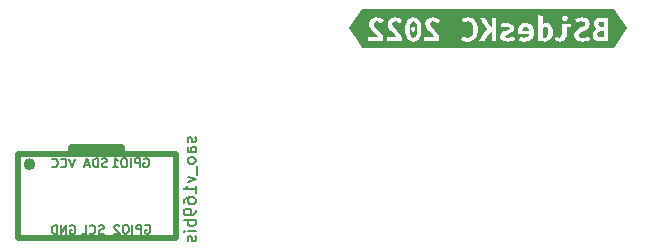
<source format=gbr>
%TF.GenerationSoftware,KiCad,Pcbnew,(6.0.7)*%
%TF.CreationDate,2022-09-05T18:40:36-05:00*%
%TF.ProjectId,Red Canary,52656420-4361-46e6-9172-792e6b696361,rev?*%
%TF.SameCoordinates,Original*%
%TF.FileFunction,Legend,Bot*%
%TF.FilePolarity,Positive*%
%FSLAX46Y46*%
G04 Gerber Fmt 4.6, Leading zero omitted, Abs format (unit mm)*
G04 Created by KiCad (PCBNEW (6.0.7)) date 2022-09-05 18:40:36*
%MOMM*%
%LPD*%
G01*
G04 APERTURE LIST*
%ADD10C,0.150000*%
%ADD11C,0.500000*%
G04 APERTURE END LIST*
D10*
%TO.C,X1*%
X141247761Y-104967638D02*
X141295380Y-105062876D01*
X141295380Y-105253352D01*
X141247761Y-105348590D01*
X141152523Y-105396209D01*
X141104904Y-105396209D01*
X141009666Y-105348590D01*
X140962047Y-105253352D01*
X140962047Y-105110495D01*
X140914428Y-105015257D01*
X140819190Y-104967638D01*
X140771571Y-104967638D01*
X140676333Y-105015257D01*
X140628714Y-105110495D01*
X140628714Y-105253352D01*
X140676333Y-105348590D01*
X141295380Y-106253352D02*
X140771571Y-106253352D01*
X140676333Y-106205733D01*
X140628714Y-106110495D01*
X140628714Y-105920019D01*
X140676333Y-105824780D01*
X141247761Y-106253352D02*
X141295380Y-106158114D01*
X141295380Y-105920019D01*
X141247761Y-105824780D01*
X141152523Y-105777161D01*
X141057285Y-105777161D01*
X140962047Y-105824780D01*
X140914428Y-105920019D01*
X140914428Y-106158114D01*
X140866809Y-106253352D01*
X141295380Y-106872400D02*
X141247761Y-106777161D01*
X141200142Y-106729542D01*
X141104904Y-106681923D01*
X140819190Y-106681923D01*
X140723952Y-106729542D01*
X140676333Y-106777161D01*
X140628714Y-106872400D01*
X140628714Y-107015257D01*
X140676333Y-107110495D01*
X140723952Y-107158114D01*
X140819190Y-107205733D01*
X141104904Y-107205733D01*
X141200142Y-107158114D01*
X141247761Y-107110495D01*
X141295380Y-107015257D01*
X141295380Y-106872400D01*
X141390619Y-107396209D02*
X141390619Y-108158114D01*
X140628714Y-108300971D02*
X141295380Y-108539066D01*
X140628714Y-108777161D01*
X141295380Y-109681923D02*
X141295380Y-109110495D01*
X141295380Y-109396209D02*
X140295380Y-109396209D01*
X140438238Y-109300971D01*
X140533476Y-109205733D01*
X140581095Y-109110495D01*
X140295380Y-110539066D02*
X140295380Y-110348590D01*
X140343000Y-110253352D01*
X140390619Y-110205733D01*
X140533476Y-110110495D01*
X140723952Y-110062876D01*
X141104904Y-110062876D01*
X141200142Y-110110495D01*
X141247761Y-110158114D01*
X141295380Y-110253352D01*
X141295380Y-110443828D01*
X141247761Y-110539066D01*
X141200142Y-110586685D01*
X141104904Y-110634304D01*
X140866809Y-110634304D01*
X140771571Y-110586685D01*
X140723952Y-110539066D01*
X140676333Y-110443828D01*
X140676333Y-110253352D01*
X140723952Y-110158114D01*
X140771571Y-110110495D01*
X140866809Y-110062876D01*
X141295380Y-111110495D02*
X141295380Y-111300971D01*
X141247761Y-111396209D01*
X141200142Y-111443828D01*
X141057285Y-111539066D01*
X140866809Y-111586685D01*
X140485857Y-111586685D01*
X140390619Y-111539066D01*
X140343000Y-111491447D01*
X140295380Y-111396209D01*
X140295380Y-111205733D01*
X140343000Y-111110495D01*
X140390619Y-111062876D01*
X140485857Y-111015257D01*
X140723952Y-111015257D01*
X140819190Y-111062876D01*
X140866809Y-111110495D01*
X140914428Y-111205733D01*
X140914428Y-111396209D01*
X140866809Y-111491447D01*
X140819190Y-111539066D01*
X140723952Y-111586685D01*
X141295380Y-112015257D02*
X140295380Y-112015257D01*
X140676333Y-112015257D02*
X140628714Y-112110495D01*
X140628714Y-112300971D01*
X140676333Y-112396209D01*
X140723952Y-112443828D01*
X140819190Y-112491447D01*
X141104904Y-112491447D01*
X141200142Y-112443828D01*
X141247761Y-112396209D01*
X141295380Y-112300971D01*
X141295380Y-112110495D01*
X141247761Y-112015257D01*
X141295380Y-112920019D02*
X140628714Y-112920019D01*
X140295380Y-112920019D02*
X140343000Y-112872400D01*
X140390619Y-112920019D01*
X140343000Y-112967638D01*
X140295380Y-112920019D01*
X140390619Y-112920019D01*
X141247761Y-113348590D02*
X141295380Y-113443828D01*
X141295380Y-113634304D01*
X141247761Y-113729542D01*
X141152523Y-113777161D01*
X141104904Y-113777161D01*
X141009666Y-113729542D01*
X140962047Y-113634304D01*
X140962047Y-113491447D01*
X140914428Y-113396209D01*
X140819190Y-113348590D01*
X140771571Y-113348590D01*
X140676333Y-113396209D01*
X140628714Y-113491447D01*
X140628714Y-113634304D01*
X140676333Y-113729542D01*
X131073400Y-106777285D02*
X130823400Y-107527285D01*
X130573400Y-106777285D01*
X129894828Y-107455857D02*
X129930542Y-107491571D01*
X130037685Y-107527285D01*
X130109114Y-107527285D01*
X130216257Y-107491571D01*
X130287685Y-107420142D01*
X130323400Y-107348714D01*
X130359114Y-107205857D01*
X130359114Y-107098714D01*
X130323400Y-106955857D01*
X130287685Y-106884428D01*
X130216257Y-106813000D01*
X130109114Y-106777285D01*
X130037685Y-106777285D01*
X129930542Y-106813000D01*
X129894828Y-106848714D01*
X129144828Y-107455857D02*
X129180542Y-107491571D01*
X129287685Y-107527285D01*
X129359114Y-107527285D01*
X129466257Y-107491571D01*
X129537685Y-107420142D01*
X129573400Y-107348714D01*
X129609114Y-107205857D01*
X129609114Y-107098714D01*
X129573400Y-106955857D01*
X129537685Y-106884428D01*
X129466257Y-106813000D01*
X129359114Y-106777285D01*
X129287685Y-106777285D01*
X129180542Y-106813000D01*
X129144828Y-106848714D01*
X136920942Y-106787600D02*
X136992371Y-106751885D01*
X137099514Y-106751885D01*
X137206657Y-106787600D01*
X137278085Y-106859028D01*
X137313800Y-106930457D01*
X137349514Y-107073314D01*
X137349514Y-107180457D01*
X137313800Y-107323314D01*
X137278085Y-107394742D01*
X137206657Y-107466171D01*
X137099514Y-107501885D01*
X137028085Y-107501885D01*
X136920942Y-107466171D01*
X136885228Y-107430457D01*
X136885228Y-107180457D01*
X137028085Y-107180457D01*
X136563800Y-107501885D02*
X136563800Y-106751885D01*
X136278085Y-106751885D01*
X136206657Y-106787600D01*
X136170942Y-106823314D01*
X136135228Y-106894742D01*
X136135228Y-107001885D01*
X136170942Y-107073314D01*
X136206657Y-107109028D01*
X136278085Y-107144742D01*
X136563800Y-107144742D01*
X135813800Y-107501885D02*
X135813800Y-106751885D01*
X135313800Y-106751885D02*
X135170942Y-106751885D01*
X135099514Y-106787600D01*
X135028085Y-106859028D01*
X134992371Y-107001885D01*
X134992371Y-107251885D01*
X135028085Y-107394742D01*
X135099514Y-107466171D01*
X135170942Y-107501885D01*
X135313800Y-107501885D01*
X135385228Y-107466171D01*
X135456657Y-107394742D01*
X135492371Y-107251885D01*
X135492371Y-107001885D01*
X135456657Y-106859028D01*
X135385228Y-106787600D01*
X135313800Y-106751885D01*
X134278085Y-107501885D02*
X134706657Y-107501885D01*
X134492371Y-107501885D02*
X134492371Y-106751885D01*
X134563800Y-106859028D01*
X134635228Y-106930457D01*
X134706657Y-106966171D01*
X133778114Y-107466171D02*
X133670971Y-107501885D01*
X133492400Y-107501885D01*
X133420971Y-107466171D01*
X133385257Y-107430457D01*
X133349542Y-107359028D01*
X133349542Y-107287600D01*
X133385257Y-107216171D01*
X133420971Y-107180457D01*
X133492400Y-107144742D01*
X133635257Y-107109028D01*
X133706685Y-107073314D01*
X133742400Y-107037600D01*
X133778114Y-106966171D01*
X133778114Y-106894742D01*
X133742400Y-106823314D01*
X133706685Y-106787600D01*
X133635257Y-106751885D01*
X133456685Y-106751885D01*
X133349542Y-106787600D01*
X133028114Y-107501885D02*
X133028114Y-106751885D01*
X132849542Y-106751885D01*
X132742400Y-106787600D01*
X132670971Y-106859028D01*
X132635257Y-106930457D01*
X132599542Y-107073314D01*
X132599542Y-107180457D01*
X132635257Y-107323314D01*
X132670971Y-107394742D01*
X132742400Y-107466171D01*
X132849542Y-107501885D01*
X133028114Y-107501885D01*
X132313828Y-107287600D02*
X131956685Y-107287600D01*
X132385257Y-107501885D02*
X132135257Y-106751885D01*
X131885257Y-107501885D01*
X133506257Y-113130371D02*
X133399114Y-113166085D01*
X133220542Y-113166085D01*
X133149114Y-113130371D01*
X133113400Y-113094657D01*
X133077685Y-113023228D01*
X133077685Y-112951800D01*
X133113400Y-112880371D01*
X133149114Y-112844657D01*
X133220542Y-112808942D01*
X133363400Y-112773228D01*
X133434828Y-112737514D01*
X133470542Y-112701800D01*
X133506257Y-112630371D01*
X133506257Y-112558942D01*
X133470542Y-112487514D01*
X133434828Y-112451800D01*
X133363400Y-112416085D01*
X133184828Y-112416085D01*
X133077685Y-112451800D01*
X132327685Y-113094657D02*
X132363400Y-113130371D01*
X132470542Y-113166085D01*
X132541971Y-113166085D01*
X132649114Y-113130371D01*
X132720542Y-113058942D01*
X132756257Y-112987514D01*
X132791971Y-112844657D01*
X132791971Y-112737514D01*
X132756257Y-112594657D01*
X132720542Y-112523228D01*
X132649114Y-112451800D01*
X132541971Y-112416085D01*
X132470542Y-112416085D01*
X132363400Y-112451800D01*
X132327685Y-112487514D01*
X131649114Y-113166085D02*
X132006257Y-113166085D01*
X132006257Y-112416085D01*
X137047942Y-112426400D02*
X137119371Y-112390685D01*
X137226514Y-112390685D01*
X137333657Y-112426400D01*
X137405085Y-112497828D01*
X137440800Y-112569257D01*
X137476514Y-112712114D01*
X137476514Y-112819257D01*
X137440800Y-112962114D01*
X137405085Y-113033542D01*
X137333657Y-113104971D01*
X137226514Y-113140685D01*
X137155085Y-113140685D01*
X137047942Y-113104971D01*
X137012228Y-113069257D01*
X137012228Y-112819257D01*
X137155085Y-112819257D01*
X136690800Y-113140685D02*
X136690800Y-112390685D01*
X136405085Y-112390685D01*
X136333657Y-112426400D01*
X136297942Y-112462114D01*
X136262228Y-112533542D01*
X136262228Y-112640685D01*
X136297942Y-112712114D01*
X136333657Y-112747828D01*
X136405085Y-112783542D01*
X136690800Y-112783542D01*
X135940800Y-113140685D02*
X135940800Y-112390685D01*
X135440800Y-112390685D02*
X135297942Y-112390685D01*
X135226514Y-112426400D01*
X135155085Y-112497828D01*
X135119371Y-112640685D01*
X135119371Y-112890685D01*
X135155085Y-113033542D01*
X135226514Y-113104971D01*
X135297942Y-113140685D01*
X135440800Y-113140685D01*
X135512228Y-113104971D01*
X135583657Y-113033542D01*
X135619371Y-112890685D01*
X135619371Y-112640685D01*
X135583657Y-112497828D01*
X135512228Y-112426400D01*
X135440800Y-112390685D01*
X134833657Y-112462114D02*
X134797942Y-112426400D01*
X134726514Y-112390685D01*
X134547942Y-112390685D01*
X134476514Y-112426400D01*
X134440800Y-112462114D01*
X134405085Y-112533542D01*
X134405085Y-112604971D01*
X134440800Y-112712114D01*
X134869371Y-113140685D01*
X134405085Y-113140685D01*
X130695628Y-112451800D02*
X130767057Y-112416085D01*
X130874200Y-112416085D01*
X130981342Y-112451800D01*
X131052771Y-112523228D01*
X131088485Y-112594657D01*
X131124200Y-112737514D01*
X131124200Y-112844657D01*
X131088485Y-112987514D01*
X131052771Y-113058942D01*
X130981342Y-113130371D01*
X130874200Y-113166085D01*
X130802771Y-113166085D01*
X130695628Y-113130371D01*
X130659914Y-113094657D01*
X130659914Y-112844657D01*
X130802771Y-112844657D01*
X130338485Y-113166085D02*
X130338485Y-112416085D01*
X129909914Y-113166085D01*
X129909914Y-112416085D01*
X129552771Y-113166085D02*
X129552771Y-112416085D01*
X129374200Y-112416085D01*
X129267057Y-112451800D01*
X129195628Y-112523228D01*
X129159914Y-112594657D01*
X129124200Y-112737514D01*
X129124200Y-112844657D01*
X129159914Y-112987514D01*
X129195628Y-113058942D01*
X129267057Y-113130371D01*
X129374200Y-113166085D01*
X129552771Y-113166085D01*
D11*
X135051800Y-106299000D02*
X135051800Y-105791000D01*
X135051800Y-105791000D02*
X130733800Y-105791000D01*
X126288800Y-106426000D02*
X126288800Y-113538000D01*
X130733800Y-106172000D02*
X135051800Y-106172000D01*
X139496800Y-106426000D02*
X126288800Y-106426000D01*
X139623800Y-113538000D02*
X139623800Y-106426000D01*
X130733800Y-105791000D02*
X130733800Y-106299000D01*
X126288800Y-113538000D02*
X139623800Y-113538000D01*
X127482600Y-107264200D02*
G75*
G03*
X127482600Y-107264200I-254000J0D01*
G01*
%TO.C,kibuzzard-631686B7*%
G36*
X159447794Y-95474190D02*
G01*
X159494537Y-95338900D01*
X159598122Y-95206741D01*
X159740600Y-95162687D01*
X159881094Y-95206741D01*
X159985075Y-95338900D01*
X160032700Y-95474190D01*
X160061275Y-95645111D01*
X160070800Y-95851663D01*
X160061275Y-96059978D01*
X160032700Y-96231957D01*
X159985075Y-96367600D01*
X159881094Y-96499759D01*
X159740600Y-96543813D01*
X159598122Y-96499759D01*
X159494537Y-96367600D01*
X159447794Y-96231957D01*
X159419749Y-96059978D01*
X159410400Y-95851663D01*
X159411837Y-95819913D01*
X159562800Y-95819913D01*
X159612012Y-95967550D01*
X159737425Y-96029463D01*
X159867600Y-95967550D01*
X159915225Y-95819913D01*
X159867600Y-95670687D01*
X159737425Y-95607187D01*
X159612012Y-95670687D01*
X159562800Y-95819913D01*
X159411837Y-95819913D01*
X159419749Y-95645111D01*
X159447794Y-95474190D01*
G37*
G36*
X175847375Y-96512063D02*
G01*
X175756888Y-96521588D01*
X175660050Y-96524763D01*
X175529875Y-96513650D01*
X175417163Y-96472375D01*
X175336200Y-96386650D01*
X175304450Y-96245363D01*
X175394938Y-96040575D01*
X175637825Y-95978663D01*
X175847375Y-95978663D01*
X175847375Y-96512063D01*
G37*
G36*
X169381488Y-95661162D02*
G01*
X169473563Y-95731012D01*
X169530713Y-95832613D01*
X169557700Y-95950088D01*
X168960800Y-95950088D01*
X168976675Y-95834200D01*
X169027475Y-95734187D01*
X169116375Y-95662750D01*
X169249725Y-95635762D01*
X169381488Y-95661162D01*
G37*
G36*
X171015025Y-95679419D02*
G01*
X171097575Y-95762763D01*
X171145200Y-95898494D01*
X171161075Y-96083438D01*
X171142422Y-96265206D01*
X171086463Y-96410463D01*
X170989228Y-96505713D01*
X170846750Y-96537463D01*
X170757850Y-96534288D01*
X170672125Y-96524763D01*
X170672125Y-95711962D01*
X170773725Y-95669100D01*
X170894375Y-95651637D01*
X171015025Y-95679419D01*
G37*
G36*
X175761650Y-95194437D02*
G01*
X175847375Y-95203962D01*
X175847375Y-95654812D01*
X175694975Y-95654812D01*
X175469550Y-95589725D01*
X175393350Y-95410337D01*
X175415575Y-95297625D01*
X175475900Y-95230950D01*
X175564800Y-95199200D01*
X175669575Y-95191262D01*
X175761650Y-95194437D01*
G37*
G36*
X177840525Y-95758000D02*
G01*
X176750530Y-97392993D01*
X155379870Y-97392993D01*
X155010600Y-96839088D01*
X155892500Y-96839088D01*
X157175200Y-96839088D01*
X157480000Y-96839088D01*
X158762700Y-96839088D01*
X158770637Y-96759713D01*
X158769050Y-96693038D01*
X158754366Y-96540638D01*
X158710312Y-96400938D01*
X158643637Y-96272747D01*
X158561087Y-96154875D01*
X158467425Y-96046131D01*
X158367412Y-95945325D01*
X158268656Y-95851663D01*
X159057975Y-95851663D01*
X159068889Y-96095344D01*
X159101631Y-96305688D01*
X159156202Y-96482694D01*
X159232600Y-96626363D01*
X159366656Y-96767474D01*
X159535989Y-96852140D01*
X159740600Y-96880363D01*
X159945211Y-96852140D01*
X159971315Y-96839088D01*
X160655000Y-96839088D01*
X161937700Y-96839088D01*
X161945637Y-96759713D01*
X161945259Y-96743838D01*
X163807775Y-96743838D01*
X164031613Y-96837500D01*
X164183616Y-96869647D01*
X164357050Y-96880363D01*
X164612461Y-96850729D01*
X164640178Y-96839088D01*
X165331775Y-96839088D01*
X165773100Y-96839088D01*
X165873112Y-96599375D01*
X165941772Y-96472375D01*
X166017575Y-96348550D01*
X166098934Y-96230281D01*
X166184263Y-96119950D01*
X166350950Y-95940563D01*
X166350950Y-96839088D01*
X166741475Y-96839088D01*
X166741475Y-96426338D01*
X167068500Y-96426338D01*
X167103425Y-96600963D01*
X167219313Y-96743838D01*
X167430450Y-96839088D01*
X167575706Y-96865281D01*
X167751125Y-96874013D01*
X167930513Y-96862900D01*
X168081325Y-96829563D01*
X168300400Y-96750188D01*
X168240075Y-96423163D01*
X168003538Y-96505713D01*
X167747950Y-96543813D01*
X167528875Y-96523175D01*
X167452675Y-96439038D01*
X167476488Y-96369188D01*
X167543163Y-96319975D01*
X167641588Y-96280288D01*
X167757475Y-96242188D01*
X167932100Y-96183450D01*
X168094025Y-96099313D01*
X168117857Y-96073913D01*
X168582975Y-96073913D01*
X168584563Y-96153288D01*
X168589325Y-96219963D01*
X169557700Y-96219963D01*
X169527538Y-96350534D01*
X169437050Y-96450150D01*
X169298938Y-96513253D01*
X169125900Y-96534288D01*
X168902063Y-96508888D01*
X168722675Y-96458088D01*
X168668700Y-96791463D01*
X168884600Y-96850200D01*
X169141775Y-96874013D01*
X169322353Y-96861709D01*
X169483088Y-96824800D01*
X169552029Y-96794638D01*
X170281600Y-96794638D01*
X170401456Y-96826388D01*
X170545125Y-96851788D01*
X170699113Y-96868456D01*
X170849925Y-96874013D01*
X171063885Y-96851082D01*
X171240097Y-96782290D01*
X171248191Y-96775588D01*
X171751625Y-96775588D01*
X171978638Y-96853375D01*
X172173900Y-96874013D01*
X172313997Y-96862900D01*
X172429488Y-96829563D01*
X172594588Y-96700975D01*
X172681900Y-96496188D01*
X172700950Y-96366806D01*
X172703730Y-96302513D01*
X173361350Y-96302513D01*
X173406197Y-96547384D01*
X173540738Y-96729550D01*
X173680967Y-96813335D01*
X173862471Y-96863606D01*
X174085250Y-96880363D01*
X174305119Y-96867266D01*
X174475775Y-96827975D01*
X174694850Y-96731138D01*
X174580550Y-96413638D01*
X174375763Y-96508888D01*
X174243603Y-96542225D01*
X174085250Y-96553338D01*
X173921738Y-96532700D01*
X173818550Y-96475550D01*
X173766163Y-96393000D01*
X173751875Y-96299338D01*
X173769338Y-96245363D01*
X174920275Y-96245363D01*
X174935356Y-96408478D01*
X174980600Y-96542225D01*
X175144113Y-96732725D01*
X175256825Y-96793844D01*
X175388588Y-96834325D01*
X175535034Y-96856947D01*
X175691800Y-96864488D01*
X175824356Y-96860916D01*
X175961675Y-96850200D01*
X176100581Y-96832341D01*
X176237900Y-96807338D01*
X176237900Y-94899162D01*
X175993425Y-94865825D01*
X175729900Y-94851537D01*
X175528288Y-94863047D01*
X175367950Y-94897575D01*
X175148875Y-95018225D01*
X175040925Y-95184912D01*
X175012350Y-95369062D01*
X175029416Y-95500825D01*
X175080613Y-95616712D01*
X175263175Y-95788163D01*
X175095297Y-95873888D01*
X174991713Y-95985013D01*
X174938134Y-96112013D01*
X174920275Y-96245363D01*
X173769338Y-96245363D01*
X173786800Y-96191388D01*
X173875700Y-96107250D01*
X173996350Y-96040575D01*
X174129700Y-95985013D01*
X174313850Y-95911988D01*
X174486888Y-95807213D01*
X174615475Y-95650050D01*
X174666275Y-95416687D01*
X174621428Y-95170625D01*
X174486888Y-94984887D01*
X174352303Y-94898457D01*
X174187732Y-94846599D01*
X173993175Y-94829312D01*
X173823709Y-94839631D01*
X173677263Y-94870587D01*
X173450250Y-94962662D01*
X173564550Y-95264287D01*
X173740763Y-95188087D01*
X173964600Y-95156337D01*
X174137461Y-95181385D01*
X174241178Y-95256526D01*
X174275750Y-95381762D01*
X174244000Y-95481775D01*
X174163038Y-95557975D01*
X174051913Y-95616712D01*
X173929675Y-95664337D01*
X173737588Y-95742125D01*
X173553438Y-95856425D01*
X173415325Y-96034225D01*
X173374844Y-96154478D01*
X173361350Y-96302513D01*
X172703730Y-96302513D01*
X172707300Y-96219963D01*
X172707300Y-95670687D01*
X173120050Y-95670687D01*
X173120050Y-95346837D01*
X172316775Y-95346837D01*
X172316775Y-96270763D01*
X172267563Y-96469200D01*
X172104050Y-96534288D01*
X171973875Y-96520000D01*
X171802425Y-96461263D01*
X171751625Y-96775588D01*
X171248191Y-96775588D01*
X171378563Y-96667638D01*
X171478222Y-96513121D01*
X171538018Y-96324738D01*
X171557950Y-96102488D01*
X171541193Y-95876181D01*
X171490922Y-95684093D01*
X171407138Y-95526225D01*
X171290544Y-95408926D01*
X171141849Y-95338547D01*
X170961050Y-95315087D01*
X170805475Y-95332550D01*
X170672125Y-95381762D01*
X170672125Y-94918212D01*
X172332650Y-94918212D01*
X172405675Y-95099187D01*
X172580300Y-95165862D01*
X172753338Y-95099187D01*
X172824775Y-94918212D01*
X172753338Y-94734062D01*
X172580300Y-94667387D01*
X172405675Y-94734062D01*
X172332650Y-94918212D01*
X170672125Y-94918212D01*
X170672125Y-94702312D01*
X170281600Y-94635637D01*
X170281600Y-96794638D01*
X169552029Y-96794638D01*
X169622788Y-96763681D01*
X169740263Y-96678750D01*
X169834322Y-96570403D01*
X169903775Y-96439038D01*
X169946638Y-96284256D01*
X169960925Y-96105663D01*
X169945844Y-95920719D01*
X169900600Y-95759588D01*
X169830750Y-95622666D01*
X169741850Y-95510350D01*
X169636281Y-95422641D01*
X169516425Y-95359537D01*
X169387838Y-95321437D01*
X169256075Y-95308737D01*
X169053581Y-95330433D01*
X168886364Y-95395521D01*
X168754425Y-95504000D01*
X168659175Y-95654107D01*
X168602025Y-95844078D01*
X168582975Y-96073913D01*
X168117857Y-96073913D01*
X168214675Y-95970725D01*
X168262300Y-95775463D01*
X168225788Y-95596075D01*
X168111488Y-95446850D01*
X167913050Y-95345250D01*
X167780494Y-95317866D01*
X167624125Y-95308737D01*
X167483234Y-95314294D01*
X167352663Y-95330962D01*
X167135175Y-95394462D01*
X167195500Y-95724662D01*
X167363775Y-95672275D01*
X167620950Y-95635762D01*
X167822563Y-95672275D01*
X167874950Y-95750062D01*
X167851138Y-95811975D01*
X167787638Y-95861188D01*
X167695563Y-95904050D01*
X167582850Y-95943738D01*
X167405050Y-96007238D01*
X167238363Y-96094550D01*
X167116125Y-96227900D01*
X167068500Y-96426338D01*
X166741475Y-96426338D01*
X166741475Y-94873762D01*
X166350950Y-94873762D01*
X166350950Y-95689737D01*
X166204900Y-95492887D01*
X166060437Y-95276987D01*
X165935025Y-95064262D01*
X165839775Y-94873762D01*
X165398450Y-94873762D01*
X165504812Y-95069025D01*
X165571091Y-95180944D01*
X165646100Y-95297625D01*
X165728253Y-95417878D01*
X165815962Y-95540512D01*
X165908434Y-95661956D01*
X166004875Y-95778638D01*
X165905656Y-95881031D01*
X165804850Y-95997713D01*
X165706028Y-96125903D01*
X165612762Y-96262825D01*
X165526641Y-96405700D01*
X165449250Y-96551750D01*
X165383369Y-96697403D01*
X165331775Y-96839088D01*
X164640178Y-96839088D01*
X164824128Y-96761829D01*
X164992050Y-96613663D01*
X165087895Y-96466223D01*
X165156356Y-96290606D01*
X165197433Y-96086811D01*
X165211125Y-95854838D01*
X165194456Y-95623856D01*
X165144450Y-95419862D01*
X165064678Y-95244047D01*
X164958712Y-95097600D01*
X164828537Y-94981712D01*
X164676137Y-94897575D01*
X164505084Y-94846378D01*
X164318950Y-94829312D01*
X164130037Y-94846775D01*
X163982400Y-94886462D01*
X163876037Y-94934087D01*
X163810950Y-94972187D01*
X163912550Y-95283337D01*
X164088762Y-95202375D01*
X164325300Y-95169037D01*
X164504687Y-95202375D01*
X164660262Y-95313500D01*
X164771387Y-95521462D01*
X164803534Y-95667512D01*
X164814250Y-95845313D01*
X164801374Y-96052217D01*
X164762744Y-96224196D01*
X164698362Y-96361250D01*
X164545566Y-96495791D01*
X164318950Y-96540638D01*
X164066537Y-96505713D01*
X163906200Y-96435863D01*
X163807775Y-96743838D01*
X161945259Y-96743838D01*
X161944050Y-96693038D01*
X161929366Y-96540638D01*
X161885312Y-96400938D01*
X161818637Y-96272747D01*
X161736087Y-96154875D01*
X161642425Y-96046131D01*
X161542412Y-95945325D01*
X161442400Y-95850472D01*
X161348737Y-95759588D01*
X161199512Y-95588137D01*
X161140775Y-95419862D01*
X161213800Y-95234125D01*
X161397950Y-95169037D01*
X161591625Y-95213487D01*
X161791650Y-95362712D01*
X161985325Y-95089662D01*
X161848403Y-94973775D01*
X161691637Y-94892812D01*
X161525347Y-94845187D01*
X161359850Y-94829312D01*
X161128075Y-94864237D01*
X160931225Y-94969012D01*
X160794700Y-95145225D01*
X160743900Y-95391287D01*
X160782000Y-95586550D01*
X160883600Y-95769113D01*
X161026475Y-95940563D01*
X161188400Y-96099313D01*
X161283650Y-96189800D01*
X161385250Y-96297750D01*
X161466212Y-96410463D01*
X161499550Y-96515238D01*
X160655000Y-96515238D01*
X160655000Y-96839088D01*
X159971315Y-96839088D01*
X160114544Y-96767474D01*
X160248600Y-96626363D01*
X160324998Y-96482694D01*
X160379569Y-96305688D01*
X160412311Y-96095344D01*
X160423225Y-95851663D01*
X160412112Y-95610759D01*
X160378775Y-95402400D01*
X160323212Y-95226584D01*
X160245425Y-95083312D01*
X160110311Y-94942201D01*
X159942036Y-94857535D01*
X159740600Y-94829312D01*
X159535989Y-94857358D01*
X159366656Y-94941496D01*
X159232600Y-95081725D01*
X159156202Y-95224501D01*
X159101631Y-95400416D01*
X159068889Y-95609470D01*
X159057975Y-95851663D01*
X158268656Y-95851663D01*
X158267400Y-95850472D01*
X158173737Y-95759588D01*
X158024512Y-95588137D01*
X157965775Y-95419862D01*
X158038800Y-95234125D01*
X158222950Y-95169037D01*
X158416625Y-95213487D01*
X158616650Y-95362712D01*
X158810325Y-95089662D01*
X158673403Y-94973775D01*
X158516637Y-94892812D01*
X158350347Y-94845187D01*
X158184850Y-94829312D01*
X157953075Y-94864237D01*
X157756225Y-94969012D01*
X157619700Y-95145225D01*
X157568900Y-95391287D01*
X157607000Y-95586550D01*
X157708600Y-95769113D01*
X157851475Y-95940563D01*
X158013400Y-96099313D01*
X158108650Y-96189800D01*
X158210250Y-96297750D01*
X158291212Y-96410463D01*
X158324550Y-96515238D01*
X157480000Y-96515238D01*
X157480000Y-96839088D01*
X157175200Y-96839088D01*
X157183137Y-96759713D01*
X157181550Y-96693038D01*
X157166866Y-96540638D01*
X157122812Y-96400938D01*
X157056137Y-96272747D01*
X156973587Y-96154875D01*
X156879925Y-96046131D01*
X156779912Y-95945325D01*
X156679900Y-95850472D01*
X156586237Y-95759588D01*
X156437012Y-95588137D01*
X156378275Y-95419862D01*
X156451300Y-95234125D01*
X156635450Y-95169037D01*
X156829125Y-95213487D01*
X157029150Y-95362712D01*
X157222825Y-95089662D01*
X157085903Y-94973775D01*
X156929137Y-94892812D01*
X156762847Y-94845187D01*
X156597350Y-94829312D01*
X156365575Y-94864237D01*
X156168725Y-94969012D01*
X156032200Y-95145225D01*
X155981400Y-95391287D01*
X156019500Y-95586550D01*
X156121100Y-95769113D01*
X156263975Y-95940563D01*
X156425900Y-96099313D01*
X156521150Y-96189800D01*
X156622750Y-96297750D01*
X156703712Y-96410463D01*
X156737050Y-96515238D01*
X155892500Y-96515238D01*
X155892500Y-96839088D01*
X155010600Y-96839088D01*
X154289875Y-95758000D01*
X155379870Y-94123007D01*
X176750530Y-94123007D01*
X177840525Y-95758000D01*
G37*
%TD*%
M02*

</source>
